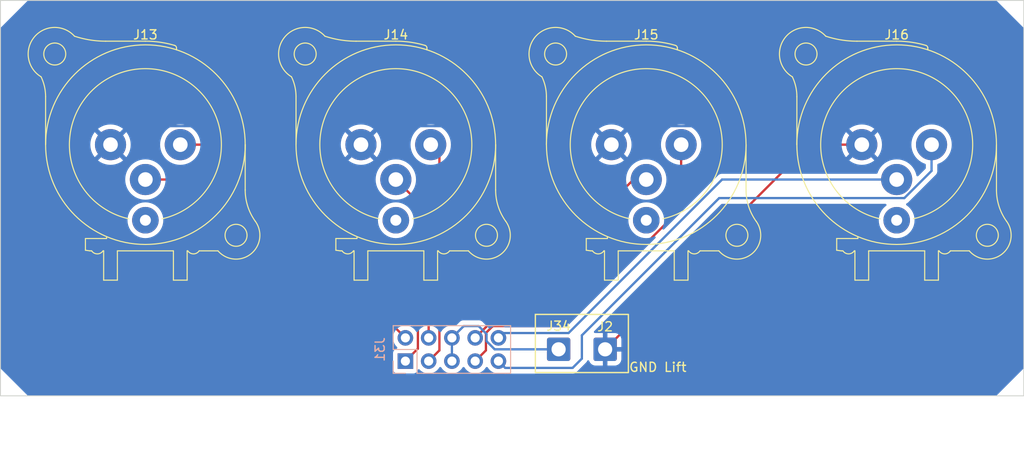
<source format=kicad_pcb>
(kicad_pcb (version 20221018) (generator pcbnew)
  (title_block (title "XLR Male") (date "2023-11-23") (rev "1") (company "Daniel Machnik Sounddesign und Tontechnik") (comment 1 "SimpleSwitcher"))
  (layers (0 "F.Cu" signal) (31 "B.Cu" signal) (34 "B.Paste" user) (35 "F.Paste" user) (36 "B.SilkS" user "B.Silkscreen") (37 "F.SilkS" user "F.Silkscreen") (38 "B.Mask" user) (39 "F.Mask" user) (44 "Edge.Cuts" user))
  (net 0 "")
  (footprint "Connector_Audio:Jack_XLR_Neutrik_NC3MAAV_Vertical" (layer "F.Cu") (at 97.11 91.948)
    (fp_text reference "J13" (at 3.81 -12) (layer "F.SilkS"))
    (fp_text value "NC3MAAH")
    (fp_line (start -7.09 -5.24) (end -7.09 0) (stroke (width 0.12)) (layer "F.SilkS"))
    (fp_line (start -2.74 11.53) (end -2.74 10.25) (stroke (width 0.12)) (layer "F.SilkS"))
    (fp_line (start -2.74 11.53) (end -2.24 11.6) (stroke (width 0.12)) (layer "F.SilkS"))
    (fp_line (start -2.24 11.6) (end -2.06 11.6) (stroke (width 0.12)) (layer "F.SilkS"))
    (fp_line (start -0.75 11.6) (end -0.82 11.6) (stroke (width 0.12)) (layer "F.SilkS"))
    (fp_line (start -0.75 11.6) (end -0.75 14.8) (stroke (width 0.12)) (layer "F.SilkS"))
    (fp_line (start -0.43 10.25) (end -2.74 10.25) (stroke (width 0.12)) (layer "F.SilkS"))
    (fp_line (start -0.43 10.25) (end -0.43 10.05) (stroke (width 0.12)) (layer "F.SilkS"))
    (fp_line (start 0.75 11.6) (end 0.75 14.8) (stroke (width 0.12)) (layer "F.SilkS"))
    (fp_line (start 0.75 11.6) (end 6.87 11.6) (stroke (width 0.12)) (layer "F.SilkS"))
    (fp_line (start 0.75 14.8) (end -0.75 14.8) (stroke (width 0.12)) (layer "F.SilkS"))
    (fp_line (start 3.81 -11.3) (end -0.53 -11.3) (stroke (width 0.12)) (layer "F.SilkS"))
    (fp_line (start 6.87 11.6) (end 6.87 14.8) (stroke (width 0.12)) (layer "F.SilkS"))
    (fp_line (start 7.21 -10.36) (end 7.21 -10.55) (stroke (width 0.12)) (layer "F.SilkS"))
    (fp_line (start 8.37 11.6) (end 8.37 14.8) (stroke (width 0.12)) (layer "F.SilkS"))
    (fp_line (start 8.37 11.6) (end 8.44 11.6) (stroke (width 0.12)) (layer "F.SilkS"))
    (fp_line (start 8.37 14.8) (end 6.87 14.8) (stroke (width 0.12)) (layer "F.SilkS"))
    (fp_line (start 9.68 11.6) (end 11.74 11.6) (stroke (width 0.12)) (layer "F.SilkS"))
    (fp_line (start 14.71 4.95) (end 14.71 0) (stroke (width 0.12)) (layer "F.SilkS"))
    (fp_arc (start -7.588965 -7.414421) (mid -8.331551 -11.74403) (end -3.94 -11.85) (stroke (width 0.12)) (layer "F.SilkS"))
    (fp_arc (start -7.584615 -7.408295) (mid -7.215222 -6.351997) (end -7.09 -5.24) (stroke (width 0.12)) (layer "F.SilkS"))
    (fp_arc (start -0.820521 11.600769) (mid -1.440464 11.928866) (end -2.06 11.6) (stroke (width 0.12)) (layer "F.SilkS"))
    (fp_arc (start -0.53 -11.3) (mid -2.253923 -11.43719) (end -3.934451 -11.845305) (stroke (width 0.12)) (layer "F.SilkS"))
    (fp_arc (start 2 8.1) (mid 3.802206 -8.299761) (end 5.635209 8.096586) (stroke (width 0.12)) (layer "F.SilkS"))
    (fp_arc (start 3.81 -11.3) (mid 5.421707 -11.184471) (end 7.000458 -10.840248) (stroke (width 0.12)) (layer "F.SilkS"))
    (fp_arc (start 7.004232 -10.837678) (mid 7.156013 -10.728814) (end 7.21 -10.55) (stroke (width 0.12)) (layer "F.SilkS"))
    (fp_arc (start 9.679479 11.600769) (mid 9.059536 11.928866) (end 8.44 11.6) (stroke (width 0.12)) (layer "F.SilkS"))
    (fp_arc (start 15.815277 8.372002) (mid 14.993173 6.748036) (end 14.71 4.95) (stroke (width 0.12)) (layer "F.SilkS"))
    (fp_arc (start 15.815343 8.370807) (mid 15.326014 11.93946) (end 11.74 11.6) (stroke (width 0.12)) (layer "F.SilkS"))
    (fp_circle (center -6.09 -9.9) (end -4.89 -9.9) (stroke (width 0.12)) (fill none) (layer "F.SilkS"))
    (fp_circle (center 3.81 0) (end 14.71 0) (stroke (width 0.12)) (fill none) (layer "F.SilkS"))
    (fp_circle (center 13.71 9.9) (end 14.91 9.9) (stroke (width 0.12)) (fill none) (layer "F.SilkS"))
    (pad "1" thru_hole circle (at 0 0) (size 3.4 3.4) (drill 1.6) (layers "*.Cu" "*.Mask"))
    (pad "2" thru_hole circle (at 7.62 0) (size 3.4 3.4) (drill 1.6) (layers "*.Cu" "*.Mask"))
    (pad "3" thru_hole circle (at 3.81 3.81) (size 3.4 3.4) (drill 1.6) (layers "*.Cu" "*.Mask"))
    (pad "G" thru_hole circle (at 3.81 8.255) (size 2.9 2.9) (drill 1.2) (layers "*.Cu" "*.Mask"))
  )
  (footprint "Connector_Audio:Jack_XLR_Neutrik_NC3MAAV_Vertical" (layer "F.Cu") (at 179.16 91.948)
    (fp_text reference "J16" (at 3.81 -12) (layer "F.SilkS"))
    (fp_text value "NC3MAAH")
    (fp_line (start -7.09 -5.24) (end -7.09 0) (stroke (width 0.12)) (layer "F.SilkS"))
    (fp_line (start -2.74 11.53) (end -2.74 10.25) (stroke (width 0.12)) (layer "F.SilkS"))
    (fp_line (start -2.74 11.53) (end -2.24 11.6) (stroke (width 0.12)) (layer "F.SilkS"))
    (fp_line (start -2.24 11.6) (end -2.06 11.6) (stroke (width 0.12)) (layer "F.SilkS"))
    (fp_line (start -0.75 11.6) (end -0.82 11.6) (stroke (width 0.12)) (layer "F.SilkS"))
    (fp_line (start -0.75 11.6) (end -0.75 14.8) (stroke (width 0.12)) (layer "F.SilkS"))
    (fp_line (start -0.43 10.25) (end -2.74 10.25) (stroke (width 0.12)) (layer "F.SilkS"))
    (fp_line (start -0.43 10.25) (end -0.43 10.05) (stroke (width 0.12)) (layer "F.SilkS"))
    (fp_line (start 0.75 11.6) (end 0.75 14.8) (stroke (width 0.12)) (layer "F.SilkS"))
    (fp_line (start 0.75 11.6) (end 6.87 11.6) (stroke (width 0.12)) (layer "F.SilkS"))
    (fp_line (start 0.75 14.8) (end -0.75 14.8) (stroke (width 0.12)) (layer "F.SilkS"))
    (fp_line (start 3.81 -11.3) (end -0.53 -11.3) (stroke (width 0.12)) (layer "F.SilkS"))
    (fp_line (start 6.87 11.6) (end 6.87 14.8) (stroke (width 0.12)) (layer "F.SilkS"))
    (fp_line (start 7.21 -10.36) (end 7.21 -10.55) (stroke (width 0.12)) (layer "F.SilkS"))
    (fp_line (start 8.37 11.6) (end 8.37 14.8) (stroke (width 0.12)) (layer "F.SilkS"))
    (fp_line (start 8.37 11.6) (end 8.44 11.6) (stroke (width 0.12)) (layer "F.SilkS"))
    (fp_line (start 8.37 14.8) (end 6.87 14.8) (stroke (width 0.12)) (layer "F.SilkS"))
    (fp_line (start 9.68 11.6) (end 11.74 11.6) (stroke (width 0.12)) (layer "F.SilkS"))
    (fp_line (start 14.71 4.95) (end 14.71 0) (stroke (width 0.12)) (layer "F.SilkS"))
    (fp_arc (start -7.588965 -7.414421) (mid -8.331551 -11.74403) (end -3.94 -11.85) (stroke (width 0.12)) (layer "F.SilkS"))
    (fp_arc (start -7.584615 -7.408295) (mid -7.215222 -6.351997) (end -7.09 -5.24) (stroke (width 0.12)) (layer "F.SilkS"))
    (fp_arc (start -0.820521 11.600769) (mid -1.440464 11.928866) (end -2.06 11.6) (stroke (width 0.12)) (layer "F.SilkS"))
    (fp_arc (start -0.53 -11.3) (mid -2.253923 -11.43719) (end -3.934451 -11.845305) (stroke (width 0.12)) (layer "F.SilkS"))
    (fp_arc (start 2 8.1) (mid 3.802206 -8.299761) (end 5.635209 8.096586) (stroke (width 0.12)) (layer "F.SilkS"))
    (fp_arc (start 3.81 -11.3) (mid 5.421707 -11.184471) (end 7.000458 -10.840248) (stroke (width 0.12)) (layer "F.SilkS"))
    (fp_arc (start 7.004232 -10.837678) (mid 7.156013 -10.728814) (end 7.21 -10.55) (stroke (width 0.12)) (layer "F.SilkS"))
    (fp_arc (start 9.679479 11.600769) (mid 9.059536 11.928866) (end 8.44 11.6) (stroke (width 0.12)) (layer "F.SilkS"))
    (fp_arc (start 15.815277 8.372002) (mid 14.993173 6.748036) (end 14.71 4.95) (stroke (width 0.12)) (layer "F.SilkS"))
    (fp_arc (start 15.815343 8.370807) (mid 15.326014 11.93946) (end 11.74 11.6) (stroke (width 0.12)) (layer "F.SilkS"))
    (fp_circle (center -6.09 -9.9) (end -4.89 -9.9) (stroke (width 0.12)) (fill none) (layer "F.SilkS"))
    (fp_circle (center 3.81 0) (end 14.71 0) (stroke (width 0.12)) (fill none) (layer "F.SilkS"))
    (fp_circle (center 13.71 9.9) (end 14.91 9.9) (stroke (width 0.12)) (fill none) (layer "F.SilkS"))
    (pad "1" thru_hole circle (at 0 0) (size 3.4 3.4) (drill 1.6) (layers "*.Cu" "*.Mask"))
    (pad "2" thru_hole circle (at 7.62 0) (size 3.4 3.4) (drill 1.6) (layers "*.Cu" "*.Mask"))
    (pad "3" thru_hole circle (at 3.81 3.81) (size 3.4 3.4) (drill 1.6) (layers "*.Cu" "*.Mask"))
    (pad "G" thru_hole circle (at 3.81 8.255) (size 2.9 2.9) (drill 1.2) (layers "*.Cu" "*.Mask"))
  )
  (footprint "Connector_Audio:Jack_XLR_Neutrik_NC3MAAV_Vertical" (layer "F.Cu") (at 151.81 91.948)
    (fp_text reference "J15" (at 3.81 -12) (layer "F.SilkS"))
    (fp_text value "NC3MAAH")
    (fp_line (start -7.09 -5.24) (end -7.09 0) (stroke (width 0.12)) (layer "F.SilkS"))
    (fp_line (start -2.74 11.53) (end -2.74 10.25) (stroke (width 0.12)) (layer "F.SilkS"))
    (fp_line (start -2.74 11.53) (end -2.24 11.6) (stroke (width 0.12)) (layer "F.SilkS"))
    (fp_line (start -2.24 11.6) (end -2.06 11.6) (stroke (width 0.12)) (layer "F.SilkS"))
    (fp_line (start -0.75 11.6) (end -0.82 11.6) (stroke (width 0.12)) (layer "F.SilkS"))
    (fp_line (start -0.75 11.6) (end -0.75 14.8) (stroke (width 0.12)) (layer "F.SilkS"))
    (fp_line (start -0.43 10.25) (end -2.74 10.25) (stroke (width 0.12)) (layer "F.SilkS"))
    (fp_line (start -0.43 10.25) (end -0.43 10.05) (stroke (width 0.12)) (layer "F.SilkS"))
    (fp_line (start 0.75 11.6) (end 0.75 14.8) (stroke (width 0.12)) (layer "F.SilkS"))
    (fp_line (start 0.75 11.6) (end 6.87 11.6) (stroke (width 0.12)) (layer "F.SilkS"))
    (fp_line (start 0.75 14.8) (end -0.75 14.8) (stroke (width 0.12)) (layer "F.SilkS"))
    (fp_line (start 3.81 -11.3) (end -0.53 -11.3) (stroke (width 0.12)) (layer "F.SilkS"))
    (fp_line (start 6.87 11.6) (end 6.87 14.8) (stroke (width 0.12)) (layer "F.SilkS"))
    (fp_line (start 7.21 -10.36) (end 7.21 -10.55) (stroke (width 0.12)) (layer "F.SilkS"))
    (fp_line (start 8.37 11.6) (end 8.37 14.8) (stroke (width 0.12)) (layer "F.SilkS"))
    (fp_line (start 8.37 11.6) (end 8.44 11.6) (stroke (width 0.12)) (layer "F.SilkS"))
    (fp_line (start 8.37 14.8) (end 6.87 14.8) (stroke (width 0.12)) (layer "F.SilkS"))
    (fp_line (start 9.68 11.6) (end 11.74 11.6) (stroke (width 0.12)) (layer "F.SilkS"))
    (fp_line (start 14.71 4.95) (end 14.71 0) (stroke (width 0.12)) (layer "F.SilkS"))
    (fp_arc (start -7.588965 -7.414421) (mid -8.331551 -11.74403) (end -3.94 -11.85) (stroke (width 0.12)) (layer "F.SilkS"))
    (fp_arc (start -7.584615 -7.408295) (mid -7.215222 -6.351997) (end -7.09 -5.24) (stroke (width 0.12)) (layer "F.SilkS"))
    (fp_arc (start -0.820521 11.600769) (mid -1.440464 11.928866) (end -2.06 11.6) (stroke (width 0.12)) (layer "F.SilkS"))
    (fp_arc (start -0.53 -11.3) (mid -2.253923 -11.43719) (end -3.934451 -11.845305) (stroke (width 0.12)) (layer "F.SilkS"))
    (fp_arc (start 2 8.1) (mid 3.802206 -8.299761) (end 5.635209 8.096586) (stroke (width 0.12)) (layer "F.SilkS"))
    (fp_arc (start 3.81 -11.3) (mid 5.421707 -11.184471) (end 7.000458 -10.840248) (stroke (width 0.12)) (layer "F.SilkS"))
    (fp_arc (start 7.004232 -10.837678) (mid 7.156013 -10.728814) (end 7.21 -10.55) (stroke (width 0.12)) (layer "F.SilkS"))
    (fp_arc (start 9.679479 11.600769) (mid 9.059536 11.928866) (end 8.44 11.6) (stroke (width 0.12)) (layer "F.SilkS"))
    (fp_arc (start 15.815277 8.372002) (mid 14.993173 6.748036) (end 14.71 4.95) (stroke (width 0.12)) (layer "F.SilkS"))
    (fp_arc (start 15.815343 8.370807) (mid 15.326014 11.93946) (end 11.74 11.6) (stroke (width 0.12)) (layer "F.SilkS"))
    (fp_circle (center -6.09 -9.9) (end -4.89 -9.9) (stroke (width 0.12)) (fill none) (layer "F.SilkS"))
    (fp_circle (center 3.81 0) (end 14.71 0) (stroke (width 0.12)) (fill none) (layer "F.SilkS"))
    (fp_circle (center 13.71 9.9) (end 14.91 9.9) (stroke (width 0.12)) (fill none) (layer "F.SilkS"))
    (pad "1" thru_hole circle (at 0 0) (size 3.4 3.4) (drill 1.6) (layers "*.Cu" "*.Mask"))
    (pad "2" thru_hole circle (at 7.62 0) (size 3.4 3.4) (drill 1.6) (layers "*.Cu" "*.Mask"))
    (pad "3" thru_hole circle (at 3.81 3.81) (size 3.4 3.4) (drill 1.6) (layers "*.Cu" "*.Mask"))
    (pad "G" thru_hole circle (at 3.81 8.255) (size 2.9 2.9) (drill 1.2) (layers "*.Cu" "*.Mask"))
  )
  (footprint "Connector_Wire:SolderWire-0.75sqmm_1x01_D1.25mm_OD2.3mm" (layer "F.Cu") (at 151.13 114.3)
    (fp_text reference "J2" (at 0 -2.47) (layer "F.SilkS"))
    (fp_text value "Conn_01x01_Socket")
    (pad "1" thru_hole roundrect (at 0 0) (size 2.55 2.55) (drill 1.55) (layers "*.Cu" "*.Mask") (roundrect_rratio 0.09803882353))
  )
  (footprint "Connector_Audio:Jack_XLR_Neutrik_NC3MAAV_Vertical" (layer "F.Cu") (at 124.46 91.948)
    (fp_text reference "J14" (at 3.81 -12) (layer "F.SilkS"))
    (fp_text value "NC3MAAH")
    (fp_line (start -7.09 -5.24) (end -7.09 0) (stroke (width 0.12)) (layer "F.SilkS"))
    (fp_line (start -2.74 11.53) (end -2.74 10.25) (stroke (width 0.12)) (layer "F.SilkS"))
    (fp_line (start -2.74 11.53) (end -2.24 11.6) (stroke (width 0.12)) (layer "F.SilkS"))
    (fp_line (start -2.24 11.6) (end -2.06 11.6) (stroke (width 0.12)) (layer "F.SilkS"))
    (fp_line (start -0.75 11.6) (end -0.82 11.6) (stroke (width 0.12)) (layer "F.SilkS"))
    (fp_line (start -0.75 11.6) (end -0.75 14.8) (stroke (width 0.12)) (layer "F.SilkS"))
    (fp_line (start -0.43 10.25) (end -2.74 10.25) (stroke (width 0.12)) (layer "F.SilkS"))
    (fp_line (start -0.43 10.25) (end -0.43 10.05) (stroke (width 0.12)) (layer "F.SilkS"))
    (fp_line (start 0.75 11.6) (end 0.75 14.8) (stroke (width 0.12)) (layer "F.SilkS"))
    (fp_line (start 0.75 11.6) (end 6.87 11.6) (stroke (width 0.12)) (layer "F.SilkS"))
    (fp_line (start 0.75 14.8) (end -0.75 14.8) (stroke (width 0.12)) (layer "F.SilkS"))
    (fp_line (start 3.81 -11.3) (end -0.53 -11.3) (stroke (width 0.12)) (layer "F.SilkS"))
    (fp_line (start 6.87 11.6) (end 6.87 14.8) (stroke (width 0.12)) (layer "F.SilkS"))
    (fp_line (start 7.21 -10.36) (end 7.21 -10.55) (stroke (width 0.12)) (layer "F.SilkS"))
    (fp_line (start 8.37 11.6) (end 8.37 14.8) (stroke (width 0.12)) (layer "F.SilkS"))
    (fp_line (start 8.37 11.6) (end 8.44 11.6) (stroke (width 0.12)) (layer "F.SilkS"))
    (fp_line (start 8.37 14.8) (end 6.87 14.8) (stroke (width 0.12)) (layer "F.SilkS"))
    (fp_line (start 9.68 11.6) (end 11.74 11.6) (stroke (width 0.12)) (layer "F.SilkS"))
    (fp_line (start 14.71 4.95) (end 14.71 0) (stroke (width 0.12)) (layer "F.SilkS"))
    (fp_arc (start -7.588965 -7.414421) (mid -8.331551 -11.74403) (end -3.94 -11.85) (stroke (width 0.12)) (layer "F.SilkS"))
    (fp_arc (start -7.584615 -7.408295) (mid -7.215222 -6.351997) (end -7.09 -5.24) (stroke (width 0.12)) (layer "F.SilkS"))
    (fp_arc (start -0.820521 11.600769) (mid -1.440464 11.928866) (end -2.06 11.6) (stroke (width 0.12)) (layer "F.SilkS"))
    (fp_arc (start -0.53 -11.3) (mid -2.253923 -11.43719) (end -3.934451 -11.845305) (stroke (width 0.12)) (layer "F.SilkS"))
    (fp_arc (start 2 8.1) (mid 3.802206 -8.299761) (end 5.635209 8.096586) (stroke (width 0.12)) (layer "F.SilkS"))
    (fp_arc (start 3.81 -11.3) (mid 5.421707 -11.184471) (end 7.000458 -10.840248) (stroke (width 0.12)) (layer "F.SilkS"))
    (fp_arc (start 7.004232 -10.837678) (mid 7.156013 -10.728814) (end 7.21 -10.55) (stroke (width 0.12)) (layer "F.SilkS"))
    (fp_arc (start 9.679479 11.600769) (mid 9.059536 11.928866) (end 8.44 11.6) (stroke (width 0.12)) (layer "F.SilkS"))
    (fp_arc (start 15.815277 8.372002) (mid 14.993173 6.748036) (end 14.71 4.95) (stroke (width 0.12)) (layer "F.SilkS"))
    (fp_arc (start 15.815343 8.370807) (mid 15.326014 11.93946) (end 11.74 11.6) (stroke (width 0.12)) (layer "F.SilkS"))
    (fp_circle (center -6.09 -9.9) (end -4.89 -9.9) (stroke (width 0.12)) (fill none) (layer "F.SilkS"))
    (fp_circle (center 3.81 0) (end 14.71 0) (stroke (width 0.12)) (fill none) (layer "F.SilkS"))
    (fp_circle (center 13.71 9.9) (end 14.91 9.9) (stroke (width 0.12)) (fill none) (layer "F.SilkS"))
    (pad "1" thru_hole circle (at 0 0) (size 3.4 3.4) (drill 1.6) (layers "*.Cu" "*.Mask"))
    (pad "2" thru_hole circle (at 7.62 0) (size 3.4 3.4) (drill 1.6) (layers "*.Cu" "*.Mask"))
    (pad "3" thru_hole circle (at 3.81 3.81) (size 3.4 3.4) (drill 1.6) (layers "*.Cu" "*.Mask"))
    (pad "G" thru_hole circle (at 3.81 8.255) (size 2.9 2.9) (drill 1.2) (layers "*.Cu" "*.Mask"))
  )
  (footprint "Connector_Wire:SolderWire-0.75sqmm_1x01_D1.25mm_OD2.3mm" (layer "F.Cu") (at 146.05 114.3)
    (fp_text reference "J34" (at 0 -2.54) (layer "F.SilkS"))
    (fp_text value "Conn_01x01_Socket")
    (pad "1" thru_hole roundrect (at 0 0) (size 2.55 2.55) (drill 1.55) (layers "*.Cu" "*.Mask") (roundrect_rratio 0.09803882353))
  )
  (footprint "Connector_PinSocket_2.54mm:PinSocket_2x05_P2.54mm_Vertical" (layer "B.Cu") (at 129.316 115.59 -90)
    (fp_text reference "J31" (at -1.27 2.77 90) (layer "B.SilkS") (effects (justify mirror)))
    (fp_text value "Conn_02x05_Counter_Clockwise")
    (fp_line (start -3.87 -11.49) (end 1.33 -11.49) (stroke (width 0.12)) (layer "B.SilkS"))
    (fp_line (start -3.87 1.33) (end -3.87 -11.49) (stroke (width 0.12)) (layer "B.SilkS"))
    (fp_line (start -3.87 1.33) (end -1.27 1.33) (stroke (width 0.12)) (layer "B.SilkS"))
    (fp_line (start -1.27 -1.27) (end 1.33 -1.27) (stroke (width 0.12)) (layer "B.SilkS"))
    (fp_line (start -1.27 1.33) (end -1.27 -1.27) (stroke (width 0.12)) (layer "B.SilkS"))
    (fp_line (start 0 1.33) (end 1.33 1.33) (stroke (width 0.12)) (layer "B.SilkS"))
    (fp_line (start 1.33 -1.27) (end 1.33 -11.49) (stroke (width 0.12)) (layer "B.SilkS"))
    (fp_line (start 1.33 1.33) (end 1.33 0) (stroke (width 0.12)) (layer "B.SilkS"))
    (pad "1" thru_hole rect (at 0 0 270) (size 1.7 1.7) (drill 1) (layers "*.Cu" "*.Mask"))
    (pad "2" thru_hole oval (at -2.54 0 270) (size 1.7 1.7) (drill 1) (layers "*.Cu" "*.Mask"))
    (pad "3" thru_hole oval (at 0 -2.54 270) (size 1.7 1.7) (drill 1) (layers "*.Cu" "*.Mask"))
    (pad "4" thru_hole oval (at -2.54 -2.54 270) (size 1.7 1.7) (drill 1) (layers "*.Cu" "*.Mask"))
    (pad "5" thru_hole oval (at 0 -5.08 270) (size 1.7 1.7) (drill 1) (layers "*.Cu" "*.Mask"))
    (pad "6" thru_hole oval (at -2.54 -5.08 270) (size 1.7 1.7) (drill 1) (layers "*.Cu" "*.Mask"))
    (pad "7" thru_hole oval (at 0 -7.62 270) (size 1.7 1.7) (drill 1) (layers "*.Cu" "*.Mask"))
    (pad "8" thru_hole oval (at -2.54 -7.62 270) (size 1.7 1.7) (drill 1) (layers "*.Cu" "*.Mask"))
    (pad "9" thru_hole oval (at 0 -10.16 270) (size 1.7 1.7) (drill 1) (layers "*.Cu" "*.Mask"))
    (pad "10" thru_hole oval (at -2.54 -10.16 270) (size 1.7 1.7) (drill 1) (layers "*.Cu" "*.Mask"))
  )
  (gr_rect (start 143.51 110.49) (end 153.67 116.84) (stroke (width 0.15)) (fill none) (layer "F.SilkS"))
  (gr_rect (start 85.09 76.2) (end 196.85 119.38) (stroke (width 0.1)) (fill none) (layer "Edge.Cuts"))
  (gr_text "GND Lift" (at 153.67 116.84) (layer "F.SilkS") (effects (font (size 1 1)) (justify left bottom)))
  (segment (start 173.482 91.948) (end 151.13 114.3) (width 0.25) (layer "F.Cu") (net 0))
  (segment (start 128.27 95.758) (end 131.856 99.344) (width 0.25) (layer "F.Cu") (net 0))
  (segment (start 104.73 91.948) (end 110.744 91.948) (width 0.25) (layer "F.Cu") (net 0))
  (segment (start 138.111 114.415) (end 136.936 115.59) (width 0.25) (layer "F.Cu") (net 0))
  (segment (start 146.57323 111.76) (end 138.862396 111.76) (width 0.25) (layer "F.Cu") (net 0))
  (segment (start 133.031 114.415) (end 131.856 115.59) (width 0.25) (layer "F.Cu") (net 0))
  (segment (start 110.744 91.948) (end 130.681 111.885) (width 0.25) (layer "F.Cu") (net 0))
  (segment (start 133.031 92.899) (end 133.031 114.415) (width 0.25) (layer "F.Cu") (net 0))
  (segment (start 112.024 95.758) (end 129.316 113.05) (width 0.25) (layer "F.Cu") (net 0))
  (segment (start 179.16 91.948) (end 173.482 91.948) (width 0.25) (layer "F.Cu") (net 0))
  (segment (start 159.43 91.948) (end 159.43 98.90323) (width 0.25) (layer "F.Cu") (net 0))
  (segment (start 154.228 95.758) (end 136.936 113.05) (width 0.25) (layer "F.Cu") (net 0))
  (segment (start 132.08 91.948) (end 133.031 92.899) (width 0.25) (layer "F.Cu") (net 0))
  (segment (start 155.62 95.758) (end 154.228 95.758) (width 0.25) (layer "F.Cu") (net 0))
  (segment (start 159.43 98.90323) (end 146.57323 111.76) (width 0.25) (layer "F.Cu") (net 0))
  (segment (start 130.681 111.885) (end 130.681 114.225) (width 0.25) (layer "F.Cu") (net 0))
  (segment (start 130.681 114.225) (end 129.316 115.59) (width 0.25) (layer "F.Cu") (net 0))
  (segment (start 138.862396 111.76) (end 138.111 112.511396) (width 0.25) (layer "F.Cu") (net 0))
  (segment (start 100.92 95.758) (end 112.024 95.758) (width 0.25) (layer "F.Cu") (net 0))
  (segment (start 138.111 112.511396) (end 138.111 114.415) (width 0.25) (layer "F.Cu") (net 0))
  (segment (start 131.856 99.344) (end 131.856 113.05) (width 0.25) (layer "F.Cu") (net 0))
  (segment (start 97.11 91.948) (end 99.135 89.923) (width 0.25) (layer "B.Cu") (net 0))
  (segment (start 139.476 113.05) (end 140.004 112.522) (width 0.25) (layer "B.Cu") (net 0))
  (segment (start 186.78 91.948) (end 186.78 94.811783) (width 0.25) (layer "B.Cu") (net 0))
  (segment (start 137.307701 111.76) (end 135.686 111.76) (width 0.25) (layer "B.Cu") (net 0))
  (segment (start 124.46 91.948) (end 126.485 89.923) (width 0.25) (layer "B.Cu") (net 0))
  (segment (start 146.05 114.3) (end 139.064299 114.3) (width 0.25) (layer "B.Cu") (net 0))
  (segment (start 147.574 116.332) (end 140.218 116.332) (width 0.25) (layer "B.Cu") (net 0))
  (segment (start 186.78 94.811783) (end 183.808783 97.783) (width 0.25) (layer "B.Cu") (net 0))
  (segment (start 122.435 89.923) (end 124.46 91.948) (width 0.25) (layer "B.Cu") (net 0))
  (segment (start 183.808783 97.783) (end 163.583 97.783) (width 0.25) (layer "B.Cu") (net 0))
  (segment (start 153.835 89.923) (end 177.135 89.923) (width 0.25) (layer "B.Cu") (net 0))
  (segment (start 148.59 115.316) (end 147.574 116.332) (width 0.25) (layer "B.Cu") (net 0))
  (segment (start 163.583 97.783) (end 148.59 112.776) (width 0.25) (layer "B.Cu") (net 0))
  (segment (start 134.396 113.05) (end 134.396 115.59) (width 0.25) (layer "B.Cu") (net 0))
  (segment (start 139.064299 114.3) (end 138.176 113.411701) (width 0.25) (layer "B.Cu") (net 0))
  (segment (start 138.176 113.411701) (end 138.176 112.628299) (width 0.25) (layer "B.Cu") (net 0))
  (segment (start 147.135173 112.522) (end 163.899173 95.758) (width 0.25) (layer "B.Cu") (net 0))
  (segment (start 135.686 111.76) (end 134.396 113.05) (width 0.25) (layer "B.Cu") (net 0))
  (segment (start 126.485 89.923) (end 149.785 89.923) (width 0.25) (layer "B.Cu") (net 0))
  (segment (start 163.899173 95.758) (end 182.97 95.758) (width 0.25) (layer "B.Cu") (net 0))
  (segment (start 151.81 91.948) (end 153.835 89.923) (width 0.25) (layer "B.Cu") (net 0))
  (segment (start 149.785 89.923) (end 151.81 91.948) (width 0.25) (layer "B.Cu") (net 0))
  (segment (start 140.218 116.332) (end 139.476 115.59) (width 0.25) (layer "B.Cu") (net 0))
  (segment (start 140.004 112.522) (end 147.135173 112.522) (width 0.25) (layer "B.Cu") (net 0))
  (segment (start 138.176 112.628299) (end 137.307701 111.76) (width 0.25) (layer "B.Cu") (net 0))
  (segment (start 99.135 89.923) (end 122.435 89.923) (width 0.25) (layer "B.Cu") (net 0))
  (segment (start 177.135 89.923) (end 179.16 91.948) (width 0.25) (layer "B.Cu") (net 0))
  (segment (start 148.59 112.776) (end 148.59 115.316) (width 0.25) (layer "B.Cu") (net 0))
  (zone (net 0) (net_name "") (layer "B.Cu") (priority 2) (connect_pads (clearance 0.5)) (min_thickness 0.25) (fill yes (thermal_gap 0.5) (thermal_bridge_width 0.5) (smoothing chamfer) (radius 3))
    (polygon (pts (xy 85.09 76.2) (xy 196.85 76.2) (xy 196.85 119.38) (xy 85.09 119.38)))
  )
)
</source>
